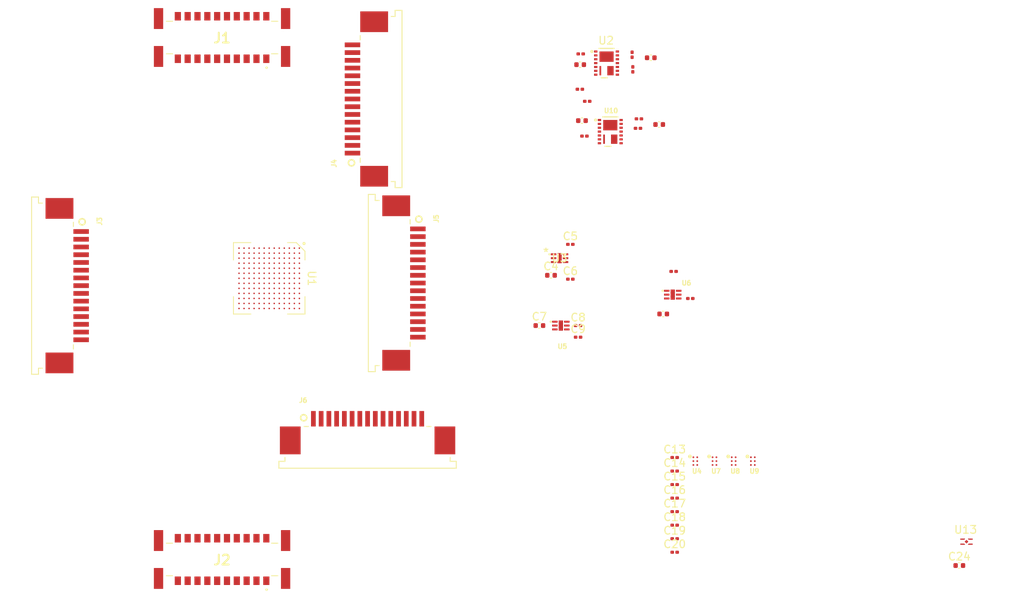
<source format=kicad_pcb>
(kicad_pcb (version 20231007) (generator pcbnew)
  (layers (0 "F.Cu" signal) (31 "B.Cu" signal) (34 "B.Paste" user) (35 "F.Paste" user) (36 "B.SilkS" user "B.Silkscreen") (37 "F.SilkS" user "F.Silkscreen") (38 "B.Mask" user) (39 "F.Mask" user) (44 "Edge.Cuts" user))
  (net 0 "")
  (net 1 "/MIPI/MIPI0_TXD0_N")
  (net 2 "/MIPI/MIPI1_RXD2_N")
  (net 3 "/MIPI/MIPI0_TXD0_P")
  (net 4 "/MIPI/MIPI0_TXD4_N")
  (net 5 "/MIPI/MIPI1_TXD0_N")
  (net 6 "/MIPI/MIPI1_TXD2_P")
  (net 7 "/MIPI/MIPI1_RXD3_N")
  (net 8 "/MIPI/MIPI1_RXD4_N")
  (net 9 "/MIPI/MIPI1_RXD1_N")
  (net 10 "/MIPI/MIPI0_RXD0_N")
  (net 11 "/MIPI/MIPI0_TXD3_N")
  (net 12 "/MIPI/MIPI0_RXD0_P")
  (net 13 "/MIPI/MIPI0_TXD1_N")
  (net 14 "/MIPI/MIPI0_TXD3_P")
  (net 15 "/MIPI/MIPI1_TXD0_P")
  (net 16 "/MIPI/MIPI1_TXD2_N")
  (net 17 "/MIPI/MIPI1_RXD1_P")
  (net 18 "/MIPI/MIPI0_TXD4_P")
  (net 19 "/MIPI/MIPI0_RXD3_N")
  (net 20 "/MIPI/MIPI1_TXD4_P")
  (net 22 "/MIPI/MIPI0_TXD1_P")
  (net 23 "/MIPI/MIPI1_TXD3_P")
  (net 24 "/MIPI/MIPI0_TXD2_N")
  (net 25 "/MIPI/MIPI1_RXD0_N")
  (net 26 "/MIPI/MIPI1_TXD1_P")
  (net 27 "/MIC_ARRAY/HTVLD")
  (net 28 "/MIPI/MIPI1_TXD3_N")
  (net 29 "/MIPI/MIPI0_RXD4_N")
  (net 30 "/MIPI/MIPI1_RXD0_P")
  (net 31 "/MIPI/MIPI0_TXD2_P")
  (net 32 "/MIPI/MIPI1_RXD2_P")
  (net 33 "/MIPI/MIPI0_RXD1_N")
  (net 34 "/MIC_ARRAY/HRACT")
  (net 35 "/MIPI/MIPI1_TXD1_N")
  (net 36 "/MIPI/MIPI1_RXD3_P")
  (net 37 "/MIC_ARRAY/HTCLK")
  (net 38 "/MIC_ARRAY/HTREQ")
  (net 54 "/MIC_ARRAY/MCLK5")
  (net 55 "/MIC_ARRAY/D10")
  (net 56 "/MIC_ARRAY/D50")
  (net 57 "/MIC_ARRAY/D28")
  (net 58 "/MIC_ARRAY/D12")
  (net 59 "/MIC_ARRAY/D2")
  (net 60 "/MIC_ARRAY/D8")
  (net 61 "GND")
  (net 62 "VCC")
  (net 63 "/MIC_ARRAY/MCLK0")
  (net 64 "/MIC_ARRAY/MCLK1")
  (net 65 "/MIC_ARRAY/D48")
  (net 66 "/MIC_ARRAY/D26")
  (net 67 "/MIC_ARRAY/D46")
  (net 68 "/MIC_ARRAY/D24")
  (net 69 "/MIC_ARRAY/D44")
  (net 70 "/MIC_ARRAY/D22")
  (net 71 "/MIC_ARRAY/D42")
  (net 72 "/MIC_ARRAY/D40")
  (net 73 "/MIC_ARRAY/MCLK4")
  (net 74 "/MIC_ARRAY/MCLK3")
  (net 75 "/MIC_ARRAY/D16")
  (net 76 "/MIC_ARRAY/D32")
  (net 77 "/MIC_ARRAY/D54")
  (net 78 "/MIC_ARRAY/D56")
  (net 79 "/MIC_ARRAY/D34")
  (net 80 "/MIC_ARRAY/D58")
  (net 81 "/MIC_ARRAY/D36")
  (net 82 "/MIC_ARRAY/MCLK2")
  (net 83 "/MIC_ARRAY/D52")
  (net 84 "/MIC_ARRAY/D30")
  (net 85 "/MIC_ARRAY/D14")
  (net 86 "/MIC_ARRAY/D4")
  (net 87 "/MIC_ARRAY/D0")
  (net 88 "/MIC_ARRAY/D6")
  (net 89 "/MIC_ARRAY/D20")
  (net 90 "/MIC_ARRAY/D18")
  (net 91 "/MIC_ARRAY/D38")
  (net 97 "3V3_CAM")
  (net 99 "Net-(U2-SS)")
  (net 100 "+3V3")
  (net 101 "VDD")
  (net 102 "Net-(U2-FB)")
  (net 103 "Net-(U3-BYP)")
  (net 104 "Net-(U5-BYP)")
  (net 105 "Net-(U6-BYP)")
  (net 106 "+2V8")
  (net 107 "2V8_CAM")
  (net 108 "+1V8")
  (net 109 "1V8_CAM")
  (net 110 "+1V2")
  (net 111 "1V2_CAM")
  (net 112 "+2V5")
  (net 113 "Net-(U10-SS)")
  (net 114 "/PSU/PG_EN")
  (net 115 "Net-(U10-EN)")
  (net 119 "Net-(U10-FB)")
  (net 125 "AVCC")
  (net 146 "/MIPI/MIPI0_RXD1_P")
  (net 147 "/MIPI/MIPI0_RXD2_N")
  (net 148 "/MIPI/MIPI0_RXD2_P")
  (net 149 "/MIC_ARRAY/HRCLK")
  (net 150 "/MIC_ARRAY/HTACK")
  (net 151 "/MIC_ARRAY/HTRDY")
  (net 152 "/MIPI/MIPI0_RXD4_P")
  (net 153 "/MIC_ARRAY/HRVLD")
  (net 154 "/MIPI/MIPI1_TXD4_N")
  (net 155 "/MIPI/MIPI0_RXD3_P")
  (net 156 "/MIPI/MIPI1_RXD4_P")
  (net 167 "3V3_MIC")
  (footprint "smd:TE_1-84952-5" (layer "F.Cu") (at 126.85 75.2 90)
    (property "Reference" "J4" (at -8.325 -2.385 -90) (layer "F.SilkS") (effects (font (size 0.6 0.6))))
    (property "Value" "1-84952-5")
    (pad "1" smd rect (at -7 0 90) (size 0.61 2) (layers "F.Cu" "F.Paste" "F.Mask") (net 61 "GND"))
    (pad "2" smd rect (at -6 0 90) (size 0.61 2) (layers "F.Cu" "F.Paste" "F.Mask") (net 10 "/MIPI/MIPI0_RXD0_N"))
    (pad "3" smd rect (at -5 0 90) (size 0.61 2) (layers "F.Cu" "F.Paste" "F.Mask") (net 12 "/MIPI/MIPI0_RXD0_P"))
    (pad "4" smd rect (at -4 0 90) (size 0.61 2) (layers "F.Cu" "F.Paste" "F.Mask") (net 61 "GND"))
    (pad "5" smd rect (at -3 0 90) (size 0.61 2) (layers "F.Cu" "F.Paste" "F.Mask") (net 33 "/MIPI/MIPI0_RXD1_N"))
    (pad "6" smd rect (at -2 0 90) (size 0.61 2) (layers "F.Cu" "F.Paste" "F.Mask") (net 146 "/MIPI/MIPI0_RXD1_P"))
    (pad "7" smd rect (at -1 0 90) (size 0.61 2) (layers "F.Cu" "F.Paste" "F.Mask") (net 61 "GND"))
    (pad "8" smd rect (at 0 0 90) (size 0.61 2) (layers "F.Cu" "F.Paste" "F.Mask") (net 147 "/MIPI/MIPI0_RXD2_N"))
    (pad "9" smd rect (at 1 0 90) (size 0.61 2) (layers "F.Cu" "F.Paste" "F.Mask") (net 148 "/MIPI/MIPI0_RXD2_P"))
    (pad "10" smd rect (at 2 0 90) (size 0.61 2) (layers "F.Cu" "F.Paste" "F.Mask") (net 61 "GND"))
    (pad "11" smd rect (at 3 0 90) (size 0.61 2) (layers "F.Cu" "F.Paste" "F.Mask") (net 19 "/MIPI/MIPI0_RXD3_N"))
    (pad "12" smd rect (at 4 0 90) (size 0.61 2) (layers "F.Cu" "F.Paste" "F.Mask") (net 155 "/MIPI/MIPI0_RXD3_P"))
    (pad "13" smd rect (at 5 0 90) (size 0.61 2) (layers "F.Cu" "F.Paste" "F.Mask") (net 61 "GND"))
    (pad "14" smd rect (at 6 0 90) (size 0.61 2) (layers "F.Cu" "F.Paste" "F.Mask") (net 29 "/MIPI/MIPI0_RXD4_N"))
    (pad "15" smd rect (at 7 0 90) (size 0.61 2) (layers "F.Cu" "F.Paste" "F.Mask") (net 152 "/MIPI/MIPI0_RXD4_P"))
    (pad "S1" smd rect (at -9.99 2.8 90) (size 2.68 3.6) (layers "F.Cu" "F.Paste" "F.Mask") (net 61 "GND"))
    (pad "S2" smd rect (at 9.99 2.8 90) (size 2.68 3.6) (layers "F.Cu" "F.Paste" "F.Mask") (net 61 "GND"))
  )
  (footprint "smd:BGA-169_13x13_9.0x9.0mm" (layer "F.Cu") (at 116.09 98.39 -90)
    (property "Reference" "U1" (at 0 -5.5 -90 unlocked) (layer "F.SilkS"))
    (property "Value" "~")
    (pad "A1" smd circle (at -3.9 -3.9 270) (size 0.2 0.2) (layers "F.Cu" "F.Paste" "F.Mask") (net 61 "GND"))
    (pad "A2" smd circle (at -3.25 -3.9 270) (size 0.2 0.2) (layers "F.Cu" "F.Paste" "F.Mask") (net 3 "/MIPI/MIPI0_TXD0_P"))
    (pad "A3" smd circle (at -2.6 -3.9 270) (size 0.2 0.2) (layers "F.Cu" "F.Paste" "F.Mask") (net 31 "/MIPI/MIPI0_TXD2_P"))
    (pad "A4" smd circle (at -1.95 -3.9 270) (size 0.2 0.2) (layers "F.Cu" "F.Paste" "F.Mask") (net 18 "/MIPI/MIPI0_TXD4_P"))
    (pad "A5" smd circle (at -1.3 -3.9 270) (size 0.2 0.2) (layers "F.Cu" "F.Paste" "F.Mask") (net 10 "/MIPI/MIPI0_RXD0_N"))
    (pad "A6" smd circle (at -0.65 -3.9 270) (size 0.2 0.2) (layers "F.Cu" "F.Paste" "F.Mask") (net 147 "/MIPI/MIPI0_RXD2_N"))
    (pad "A7" smd circle (at 0 -3.9 270) (size 0.2 0.2) (layers "F.Cu" "F.Paste" "F.Mask") (net 29 "/MIPI/MIPI0_RXD4_N"))
    (pad "A8" smd circle (at 0.65 -3.9 270) (size 0.2 0.2) (layers "F.Cu" "F.Paste" "F.Mask") (net 5 "/MIPI/MIPI1_TXD0_N"))
    (pad "A9" smd circle (at 1.3 -3.9 270) (size 0.2 0.2) (layers "F.Cu" "F.Paste" "F.Mask") (net 6 "/MIPI/MIPI1_TXD2_P"))
    (pad "A10" smd circle (at 1.95 -3.9 270) (size 0.2 0.2) (layers "F.Cu" "F.Paste" "F.Mask") (net 20 "/MIPI/MIPI1_TXD4_P"))
    (pad "A11" smd circle (at 2.6 -3.9 270) (size 0.2 0.2) (layers "F.Cu" "F.Paste" "F.Mask") (net 25 "/MIPI/MIPI1_RXD0_N"))
    (pad "A12" smd circle (at 3.25 -3.9 270) (size 0.2 0.2) (layers "F.Cu" "F.Paste" "F.Mask") (net 2 "/MIPI/MIPI1_RXD2_N"))
    (pad "A13" smd circle (at 3.9 -3.9 270) (size 0.2 0.2) (layers "F.Cu" "F.Paste" "F.Mask") (net 61 "GND"))
    (pad "B1" smd circle (at -3.9 -3.25 270) (size 0.2 0.2) (layers "F.Cu" "F.Paste" "F.Mask"))
    (pad "B2" smd circle (at -3.25 -3.25 270) (size 0.2 0.2) (layers "F.Cu" "F.Paste" "F.Mask") (net 1 "/MIPI/MIPI0_TXD0_N"))
    (pad "B3" smd circle (at -2.6 -3.25 270) (size 0.2 0.2) (layers "F.Cu" "F.Paste" "F.Mask") (net 24 "/MIPI/MIPI0_TXD2_N"))
    (pad "B4" smd circle (at -1.95 -3.25 270) (size 0.2 0.2) (layers "F.Cu" "F.Paste" "F.Mask") (net 4 "/MIPI/MIPI0_TXD4_N"))
    (pad "B5" smd circle (at -1.3 -3.25 270) (size 0.2 0.2) (layers "F.Cu" "F.Paste" "F.Mask") (net 12 "/MIPI/MIPI0_RXD0_P"))
    (pad "B6" smd circle (at -0.65 -3.25 270) (size 0.2 0.2) (layers "F.Cu" "F.Paste" "F.Mask") (net 148 "/MIPI/MIPI0_RXD2_P"))
    (pad "B7" smd circle (at 0 -3.25 270) (size 0.2 0.2) (layers "F.Cu" "F.Paste" "F.Mask") (net 152 "/MIPI/MIPI0_RXD4_P"))
    (pad "B8" smd circle (at 0.65 -3.25 270) (size 0.2 0.2) (layers "F.Cu" "F.Paste" "F.Mask") (net 15 "/MIPI/MIPI1_TXD0_P"))
    (pad "B9" smd circle (at 1.3 -3.25 270) (size 0.2 0.2) (layers "F.Cu" "F.Paste" "F.Mask") (net 16 "/MIPI/MIPI1_TXD2_N"))
    (pad "B10" smd circle (at 1.95 -3.25 270) (size 0.2 0.2) (layers "F.Cu" "F.Paste" "F.Mask") (net 154 "/MIPI/MIPI1_TXD4_N"))
    (pad "B11" smd circle (at 2.6 -3.25 270) (size 0.2 0.2) (layers "F.Cu" "F.Paste" "F.Mask") (net 30 "/MIPI/MIPI1_RXD0_P"))
    (pad "B12" smd circle (at 3.25 -3.25 270) (size 0.2 0.2) (layers "F.Cu" "F.Paste" "F.Mask") (net 32 "/MIPI/MIPI1_RXD2_P"))
    (pad "B13" smd circle (at 3.9 -3.25 270) (size 0.2 0.2) (layers "F.Cu" "F.Paste" "F.Mask") (net 8 "/MIPI/MIPI1_RXD4_N"))
    (pad "C1" smd circle (at -3.9 -2.6 270) (size 0.2 0.2) (layers "F.Cu" "F.Paste" "F.Mask"))
    (pad "C2" smd circle (at -3.25 -2.6 270) (size 0.2 0.2) (layers "F.Cu" "F.Paste" "F.Mask"))
    (pad "C3" smd circle (at -2.6 -2.6 270) (size 0.2 0.2) (layers "F.Cu" "F.Paste" "F.Mask"))
    (pad "C4" smd circle (at -1.95 -2.6 270) (size 0.2 0.2) (layers "F.Cu" "F.Paste" "F.Mask") (net 22 "/MIPI/MIPI0_TXD1_P"))
    (pad "C5" smd circle (at -1.3 -2.6 270) (size 0.2 0.2) (layers "F.Cu" "F.Paste" "F.Mask") (net 14 "/MIPI/MIPI0_TXD3_P"))
    (pad "C6" smd circle (at -0.65 -2.6 270) (size 0.2 0.2) (layers "F.Cu" "F.Paste" "F.Mask") (net 146 "/MIPI/MIPI0_RXD1_P"))
    (pad "C7" smd circle (at 0 -2.6 270) (size 0.2 0.2) (layers "F.Cu" "F.Paste" "F.Mask") (net 155 "/MIPI/MIPI0_RXD3_P"))
    (pad "C8" smd circle (at 0.65 -2.6 270) (size 0.2 0.2) (layers "F.Cu" "F.Paste" "F.Mask") (net 26 "/MIPI/MIPI1_TXD1_P"))
    (pad "C9" smd circle (at 1.3 -2.6 270) (size 0.2 0.2) (layers "F.Cu" "F.Paste" "F.Mask") (net 23 "/MIPI/MIPI1_TXD3_P"))
    (pad "C10" smd circle (at 1.95 -2.6 270) (size 0.2 0.2) (layers "F.Cu" "F.Paste" "F.Mask") (net 17 "/MIPI/MIPI1_RXD1_P"))
    (pad "C11" smd circle (at 2.6 -2.6 270) (size 0.2 0.2) (layers "F.Cu" "F.Paste" "F.Mask") (net 61 "GND"))
    (pad "C12" smd circle (at 3.25 -2.6 270) (size 0.2 0.2) (layers "F.Cu" "F.Paste" "F.Mask") (net 36 "/MIPI/MIPI1_RXD3_P"))
    (pad "C13" smd circle (at 3.9 -2.6 270) (size 0.2 0.2) (layers "F.Cu" "F.Paste" "F.Mask") (net 156 "/MIPI/MIPI1_RXD4_P"))
    (pad "D1" smd circle (at -3.9 -1.95 270) (size 0.2 0.2) (layers "F.Cu" "F.Paste" "F.Mask") (net 34 "/MIC_ARRAY/HRACT"))
    (pad "D2" smd circle (at -3.25 -1.95 270) (size 0.2 0.2) (layers "F.Cu" "F.Paste" "F.Mask") (net 149 "/MIC_ARRAY/HRCLK"))
    (pad "D3" smd circle (at -2.6 -1.95 270) (size 0.2 0.2) (layers "F.Cu" "F.Paste" "F.Mask") (net 61 "GND"))
    (pad "D4" smd circle (at -1.95 -1.95 270) (size 0.2 0.2) (layers "F.Cu" "F.Paste" "F.Mask") (net 13 "/MIPI/MIPI0_TXD1_N"))
    (pad "D5" smd circle (at -1.3 -1.95 270) (size 0.2 0.2) (layers "F.Cu" "F.Paste" "F.Mask") (net 11 "/MIPI/MIPI0_TXD3_N"))
    (pad "D6" smd circle (at -0.65 -1.95 270) (size 0.2 0.2) (layers "F.Cu" "F.Paste" "F.Mask") (net 33 "/MIPI/MIPI0_RXD1_N"))
    (pad "D7" smd circle (at 0 -1.95 270) (size 0.2 0.2) (layers "F.Cu" "F.Paste" "F.Mask") (net 19 "/MIPI/MIPI0_RXD3_N"))
    (pad "D8" smd circle (at 0.65 -1.95 270) (size 0.2 0.2) (layers "F.Cu" "F.Paste" "F.Mask") (net 35 "/MIPI/MIPI1_TXD1_N"))
    (pad "D9" smd circle (at 1.3 -1.95 270) (size 0.2 0.2) (layers "F.Cu" "F.Paste" "F.Mask") (net 28 "/MIPI/MIPI1_TXD3_N"))
    (pad "D10" smd circle (at 1.95 -1.95 270) (size 0.2 0.2) (layers "F.Cu" "F.Paste" "F.Mask") (net 9 "/MIPI/MIPI1_RXD1_N"))
    (pad "D11" smd circle (at 2.6 -1.95 270) (size 0.2 0.2) (layers "F.Cu" "F.Paste" "F.Mask") (net 61 "GND"))
    (pad "D12" smd circle (at 3.25 -1.95 270) (size 0.2 0.2) (layers "F.Cu" "F.Paste" "F.Mask") (net 7 "/MIPI/MIPI1_RXD3_N"))
    (pad "D13" smd circle (at 3.9 -1.95 270) (size 0.2 0.2) (layers "F.Cu" "F.Paste" "F.Mask"))
    (pad "E1" smd circle (at -3.9 -1.3 270) (size 0.2 0.2) (layers "F.Cu" "F.Paste" "F.Mask") (net 38 "/MIC_ARRAY/HTREQ"))
    (pad "E2" smd circle (at -3.25 -1.3 270) (size 0.2 0.2) (layers "F.Cu" "F.Paste" "F.Mask") (net 61 "GND"))
    (pad "E3" smd circle (at -2.6 -1.3 270) (size 0.2 0.2) (layers "F.Cu" "F.Paste" "F.Mask"))
    (pad "E4" smd circle (at -1.95 -1.3 270) (size 0.2 0.2) (layers "F.Cu" "F.Paste" "F.Mask") (net 110 "+1V2"))
    (pad "E5" smd circle (at -1.3 -1.3 270) (size 0.2 0.2) (layers "F.Cu" "F.Paste" "F.Mask") (net 61 "GND"))
    (pad "E6" smd circle (at -0.65 -1.3 270) (size 0.2 0.2) (layers "F.Cu" "F.Paste" "F.Mask"))
    (pad "E7" smd circle (at 0 -1.3 270) (size 0.2 0.2) (layers "F.Cu" "F.Paste" "F.Mask"))
    (pad "E8" smd circle (at 0.65 -1.3 270) (size 0.2 0.2) (layers "F.Cu" "F.Paste" "F.Mask"))
    (pad "E9" smd circle (at 1.3 -1.3 270) (size 0.2 0.2) (layers "F.Cu" "F.Paste" "F.Mask"))
    (pad "E10" smd circle (at 1.95 -1.3 270) (size 0.2 0.2) (layers "F.Cu" "F.Paste" "F.Mask"))
    (pad "E11" smd circle (at 2.6 -1.3 270) (size 0.2 0.2) (layers "F.Cu" "F.Paste" "F.Mask"))
    (pad "E12" smd circle (at 3.25 -1.3 270) (size 0.2 0.2) (layers "F.Cu" "F.Paste" "F.Mask") (net 61 "GND"))
    (pad "E13" smd circle (at 3.9 -1.3 270) (size 0.2 0.2) (layers "F.Cu" "F.Paste" "F.Mask"))
    (pad "F1" smd circle (at -3.9 -0.65 270) (size 0.2 0.2) (layers "F.Cu" "F.Paste" "F.Mask") (net 37 "/MIC_ARRAY/HTCLK"))
    (pad "F2" smd circle (at -3.25 -0.65 270) (size 0.2 0.2) (layers "F.Cu" "F.Paste" "F.Mask") (net 27 "/MIC_ARRAY/HTVLD"))
    (pad "F3" smd circle (at -2.6 -0.65 270) (size 0.2 0.2) (layers "F.Cu" "F.Paste" "F.Mask"))
    (pad "F4" smd circle (at -1.95 -0.65 270) (size 0.2 0.2) (layers "F.Cu" "F.Paste" "F.Mask"))
    (pad "F5" smd circle (at -1.3 -0.65 270) (size 0.2 0.2) (layers "F.Cu" "F.Paste" "F.Mask") (net 61 "GND"))
    (pad "F6" smd circle (at -0.65 -0.65 270) (size 0.2 0.2) (layers "F.Cu" "F.Paste" "F.Mask") (net 61 "GND"))
    (pad "F7" smd circle (at 0 -0.65 270) (size 0.2 0.2) (layers "F.Cu" "F.Paste" "F.Mask") (net 110 "+1V2"))
    (pad "F8" smd circle (at 0.65 -0.65 270) (size 0.2 0.2) (layers "F.Cu" "F.Paste" "F.Mask") (net 61 "GND"))
    (pad "F9" smd circle (at 1.3 -0.65 270) (size 0.2 0.2) (layers "F.Cu" "F.Paste" "F.Mask") (net 110 "+1V2"))
    (pad "F10" smd circle (at 1.95 -0.65 270) (size 0.2 0.2) (layers "F.Cu" "F.Paste" "F.Mask"))
    (pad "F11" smd circle (at 2.6 -0.65 270) (size 0.2 0.2) (layers "F.Cu" "F.Paste" "F.Mask"))
    (pad "F12" smd circle (at 3.25 -0.65 270) (size 0.2 0.2) (layers "F.Cu" "F.Paste" "F.Mask"))
    (pad "F13" smd circle (at 3.9 -0.65 270) (size 0.2 0.2) (layers "F.Cu" "F.Paste" "F.Mask"))
    (pad "G1" smd circle (at -3.9 0 270) (size 0.2 0.2) (layers "F.Cu" "F.Paste" "F.Mask"))
    (pad "G2" smd circle (at -3.25 0 270) (size 0.2 0.2) (layers "F.Cu" "F.Paste" "F.Mask") (net 150 "/MIC_ARRAY/HTACK"))
    (pad "G3" smd circle (at -2.6 0 270) (size 0.2 0.2) (layers "F.Cu" "F.Paste" "F.Mask") (net 153 "/MIC_ARRAY/HRVLD"))
    (pad "G4" smd circle (at -1.95 0 270) (size 0.2 0.2) (layers "F.Cu" "F.Paste" "F.Mask") (net 125 "AVCC"))
    (pad "G5" smd circle (at -1.3 0 270) (size 0.2 0.2) (layers "F.Cu" "F.Paste" "F.Mask") (net 110 "+1V2"))
    (pad "G6" smd circle (at -0.65 0 270) (size 0.2 0.2) (layers "F.Cu" "F.Paste" "F.Mask") (net 61 "GND"))
    (pad "G7" smd circle (at 0 0 270) (size 0.2 0.2) (layers "F.Cu" "F.Paste" "F.Mask") (net 61 "GND"))
    (pad "G8" smd circle (at 0.65 0 270) (size 0.2 0.2) (layers "F.Cu" "F.Paste" "F.Mask") (net 110 "+1V2"))
    (pad "G9" smd circle (at 1.3 0 270) (size 0.2 0.2) (layers "F.Cu" "F.Paste" "F.Mask") (net 110 "+1V2"))
    (pad "G10" smd circle (at 1.95 0 270) (size 0.2 0.2) (layers "F.Cu" "F.Paste" "F.Mask") (net 125 "AVCC"))
    (pad "G11" smd circle (at 2.6 0 270) (size 0.2 0.2) (layers "F.Cu" "F.Paste" "F.Mask"))
    (pad "G12" smd circle (at 3.25 0 270) (size 0.2 0.2) (layers "F.Cu" "F.Paste" "F.Mask"))
    (pad "G13" smd circle (at 3.9 0 270) (size 0.2 0.2) (layers "F.Cu" "F.Paste" "F.Mask"))
    (pad "H1" smd circle (at -3.9 0.65 270) (size 0.2 0.2) (layers "F.Cu" "F.Paste" "F.Mask"))
    (pad "H2" smd circle (at -3.25 0.65 270) (size 0.2 0.2) (layers "F.Cu" "F.Paste" "F.Mask"))
    (pad "H3" smd circle (at -2.6 0.65 270) (size 0.2 0.2) (layers "F.Cu" "F.Paste" "F.Mask") (net 151 "/MIC_ARRAY/HTRDY"))
    (pad "H4" smd circle (at -1.95 0.65 270) (size 0.2 0.2) (layers "F.Cu" "F.Paste" "F.Mask"))
    (pad "H5" smd circle (at -1.3 0.65 270) (size 0.2 0.2) (layers "F.Cu" "F.Paste" "F.Mask"))
    (pad "H6" smd circle (at -0.65 0.65 270) (size 0.2 0.2) (layers "F.Cu" "F.Paste" "F.Mask") (net 110 "+1V2"))
    (pad "H7" smd circle (at 0 0.65 270) (size 0.2 0.2) (layers "F.Cu" "F.Paste" "F.Mask"))
    (pad "H8" smd circle (at 0.65 0.65 270) (size 0.2 0.2) (layers "F.Cu" "F.Paste" "F.Mask"))
    (pad "H9" smd circle (at 1.3 0.65 270) (size 0.2 0.2) (layers "F.Cu" "F.Paste" "F.Mask"))
    (pad "H10" smd circle (at 1.95 0.65 270) (size 0.2 0.2) (layers "F.Cu" "F.Paste" "F.Mask"))
    (pad "H11" smd circle (at 2.6 0.65 270) (size 0.2 0.2) (layers "F.Cu" "F.Paste" "F.Mask"))
    (pad "H12" smd circle (at 3.25 0.65 270) (size 0.2 0.2) (layers "F.Cu" "F.Paste" "F.Mask"))
    (pad "H13" smd circle (at 3.9 0.65 270) (size 0.2 0.2) (layers "F.Cu" "F.Paste" "F.Mask"))
    (pad "J1" smd circle (at -3.9 1.3 270) (size 0.2 0.2) (layers "F.Cu" "F.Paste" "F.Mask"))
    (pad "J2" smd circle (at -3.25 1.3 270) (size 0.2 0.2) (layers "F.Cu" "F.Paste" "F.Mask"))
    (pad "J3" smd circle (at -2.6 1.3 270) (size 0.2 0.2) (layers "F.Cu" "F.Paste" "F.Mask"))
    (pad "J4" smd circle (at -1.95 1.3 270) (size 0.2 0.2) (layers "F.Cu" "F.Paste" "F.Mask"))
    (pad "J5" smd circle (at -1.3 1.3 270) (size 0.2 0.2) (layers "F.Cu" "F.Paste" "F.Mask"))
    (pad "J6" smd circle (at -0.65 1.3 270) (size 0.2 0.2) (layers "F.Cu" "F.Paste" "F.Mask") (net 110 "+1V2"))
    (pad "J7" smd circle (at 0 1.3 270) (size 0.2 0.2) (layers "F.Cu" "F.Paste" "F.Mask") (net 61 "GND"))
    (pad "J8" smd circle (at 0.65 1.3 270) (size 0.2 0.2) (layers "F.Cu" "F.Paste" "F.Mask") (net 61 "GND"))
    (pad "J9" smd circle (at 1.3 1.3 270) (size 0.2 0.2) (layers "F.Cu" "F.Paste" "F.Mask"))
    (pad "J10" smd circle (at 1.95 1.3 270) (size 0.2 0.2) (layers "F.Cu" "F.Paste" "F.Mask") (net 125 "AVCC"))
    (pad "J11" smd circle (at 2.6 1.3 270) (size 0.2 0.2) (layers "F.Cu" "F.Paste" "F.Mask"))
    (pad "J12" smd circle (at 3.25 1.3 270) (size 0.2 0.2) (layers "F.Cu" "F.Paste" "F.Mask"))
    (pad "J13" smd circle (at 3.9 1.3 270) (size 0.2 0.2) (layers "F.Cu" "F.Paste" "F.Mask") (net 60 "/MIC_ARRAY/D8"))
    (pad "K1" smd circle (at -3.9 1.95 270) (size 0.2 0.2) (layers "F.Cu" "F.Paste" "F.Mask"))
    (pad "K2" smd circle (at -3.25 1.95 270) (size 0.2 0.2) (layers "F.Cu" "F.Paste" "F.Mask") (net 61 "GND"))
    (pad "K3" smd circle (at -2.6 1.95 270) (size 0.2 0.2) (layers "F.Cu" "F.Paste" "F.Mask"))
    (pad "K4" smd circle (at -1.95 1.95 270) (size 0.2 0.2) (layers "F.Cu" "F.Paste" "F.Mask"))
    (pad "K5" smd circle (at -1.3 1.95 270) (size 0.2 0.2) (layers "F.Cu" "F.Paste" "F.Mask"))
    (pad "K6" smd circle (at -0.65 1.95 270) (size 0.2 0.2) (layers "F.Cu" "F.Paste" "F.Mask"))
    (pad "K7" smd circle (at 0 1.95 270) (size 0.2 0.2) (layers "F.Cu" "F.Paste" "F.Mask") (net 56 "/MIC_ARRAY/D50"))
    (pad "K8" smd circle (at 0.65 1.95 270) (size 0.2 0.2) (layers "F.Cu" "F.Paste" "F.Mask") (net 71 "/MIC_ARRAY/D42"))
    (pad "K9" smd circle (at 1.3 1.95 270) (size 0.2 0.2) (layers "F.Cu" "F.Paste" "F.Mask") (net 81 "/MIC_ARRAY/D36"))
    (pad "K10" smd circle (at 1.95 1.95 270) (size 0.2 0.2) (layers "F.Cu" "F.Paste" "F.Mask") (net 57 "/MIC_ARRAY/D28"))
    (pad "K11" smd circle (at 2.6 1.95 270) (size 0.2 0.2) (layers "F.Cu" "F.Paste" "F.Mask") (net 89 "/MIC_ARRAY/D20"))
    (pad "K12" smd circle (at 3.25 1.95 270) (size 0.2 0.2) (layers "F.Cu" "F.Paste" "F.Mask") (net 61 "GND"))
    (pad "K13" smd circle (at 3.9 1.95 270) (size 0.2 0.2) (layers "F.Cu" "F.Paste" "F.Mask") (net 88 "/MIC_ARRAY/D6"))
    (pad "L1" smd circle (at -3.9 2.6 270) (size 0.2 0.2) (layers "F.Cu" "F.Paste" "F.Mask"))
    (pad "L2" smd circle (at -3.25 2.6 270) (size 0.2 0.2) (layers "F.Cu" "F.Paste" "F.Mask"))
    (pad "L3" smd circle (at -2.6 2.6 270) (size 0.2 0.2) (layers "F.Cu" "F.Paste" "F.Mask"))
    (pad "L4" smd circle (at -1.95 2.6 270) (size 0.2 0.2) (layers "F.Cu" "F.Paste" "F.Mask"))
    (pad "L5" smd circle (at -1.3 2.6 270) (size 0.2 0.2) (layers "F.Cu" "F.Paste" "F.Mask"))
    (pad "L6" smd circle (at -0.65 2.6 270) (size 0.2 0.2) (layers "F.Cu" "F.Paste" "F.Mask"))
    (pad "L7" smd circle (at 0 2.6 270) (size 0.2 0.2) (layers "F.Cu" "F.Paste" "F.Mask"))
    (pad "L8" smd circle (at 0.65 2.6 270) (size 0.2 0.2) (layers "F.Cu" "F.Paste" "F.Mask") (net 69 "/MIC_ARRAY/D44"))
    (pad "L9" smd circle (at 1.3 2.6 270) (size 0.2 0.2) (layers "F.Cu" "F.Paste" "F.Mask") (net 79 "/MIC_ARRAY/D34"))
    (pad "L10" smd circle (at 1.95 2.6 270) (size 0.2 0.2) (layers "F.Cu" "F.Paste" "F.Mask") (net 66 "/MIC_ARRAY/D26"))
    (pad "L11" smd circle (at 2.6 2.6 270) (size 0.2 0.2) (layers "F.Cu" "F.Paste" "F.Mask") (net 90 "/MIC_ARRAY/D18"))
    (pad "L12" smd circle (at 3.25 2.6 270) (size 0.2 0.2) (layers "F.Cu" "F.Paste" "F.Mask") (net 61 "GND"))
    (pad "L13" smd circle (at 3.9 2.6 270) (size 0.2 0.2) (layers "F.Cu" "F.Paste" "F.Mask") (net 59 "/MIC_ARRAY/D2"))
    (pad "M1" smd circle (at -3.9 3.25 270) (size 0.2 0.2) (layers "F.Cu" "F.Paste" "F.Mask"))
    (pad "M2" smd circle (at -3.25 3.25 270) (size 0.2 0.2) (layers "F.Cu" "F.Paste" "F.Mask"))
    (pad "M3" smd circle (at -2.6 3.25 270) (size 0.2 0.2) (layers "F.Cu" "F.Paste" "F.Mask"))
    (pad "M4" smd circle (at -1.95 3.25 270) (size 0.2 0.2) (layers "F.Cu" "F.Paste" "F.Mask") (net 61 "GND"))
    (pad "M5" smd circle (at -1.3 3.25 270) (size 0.2 0.2) (layers "F.Cu" "F.Paste" "F.Mask"))
    (pad "M6" smd circle (at -0.65 3.25 270) (size 0.2 0.2) (layers "F.Cu" "F.Paste" "F.Mask"))
    (pad "M7" smd circle (at 0 3.25 270) (size 0.2 0.2) (layers "F.Cu" "F.Paste" "F.Mask") (net 67 "/MIC_ARRAY/D46"))
    (pad "M8" smd circle (at 0.65 3.25 270) (size 0.2 0.2) (layers "F.Cu" "F.Paste" "F.Mask") (net 72 "/MIC_ARRAY/D40"))
    (pad "M9" smd circle (at 1.3 3.25 270) (size 0.2 0.2) (layers "F.Cu" "F.Paste" "F.Mask") (net 76 "/MIC_ARRAY/D32"))
    (pad "M10" smd circle (at 1.95 3.25 270) (size 0.2 0.2) (layers "F.Cu" "F.Paste" "F.Mask") (net 70 "/MIC_ARRAY/D22"))
    (pad "M11" smd circle (at 2.6 3.25 270) (size 0.2 0.2) (layers "F.Cu" "F.Paste" "F.Mask") (net 75 "/MIC_ARRAY/D16"))
    (pad "M12" smd circle (at 3.25 3.25 270) (size 0.2 0.2) (layers "F.Cu" "F.Paste" "F.Mask") (net 85 "/MIC_ARRAY/D14"))
    (pad "M13" smd circle (at 3.9 3.25 270) (size 0.2 0.2) (layers "F.Cu" "F.Paste" "F.Mask") (net 86 "/MIC_ARRAY/D4"))
    (pad "N1" smd circle (at -3.9 3.9 270) (size 0.2 0.2) (layers "F.Cu" "F.Paste" "F.Mask") (net 61 "GND"))
    (pad "N2" smd circle (at -3.25 3.9 270) (size 0.2 0.2) (layers "F.Cu" "F.Paste" "F.Mask"))
    (pad "N3" smd circle (at -2.6 3.9 270) (size 0.2 0.2) (layers "F.Cu" "F.Paste" "F.Mask"))
    (pad "N4" smd circle (at -1.95 3.9 270) (size 0.2 0.2) (layers "F.Cu" "F.Paste" "F.Mask"))
    (pad "N5" smd circle (at -1.3 3.9 270) (size 0.2 0.2) (layers "F.Cu" "F.Paste" "F.Mask"))
    (pad "N6" smd circle (at -0.65 3.9 270) (size 0.2 0.2) (layers "F.Cu" "F.Paste" "F.Mask"))
    (pad "N7" smd circle (at 0 3.9 270) (size 0.2 0.2) (layers "F.Cu" "F.Paste" "F.Mask") (net 65 "/MIC_ARRAY/D48"))
    (pad "N8" smd circle (at 0.65 3.9 270) (size 0.2 0.2) (layers "F.Cu" "F.Paste" "F.Mask") (net 91 "/MIC_ARRAY/D38"))
    (pad "N9" smd circle (at 1.3 3.9 270) (size 0.2 0.2) (layers "F.Cu" "F.Paste" "F.Mask") (net 84 "/MIC_ARRAY/D30"))
    (pad "N10" smd circle (at 1.95 3.9 270) (size 0.2 0.2) (layers "F.Cu" "F.Paste" "F.Mask") (net 68 "/MIC_ARRAY/D24"))
    (pad "N11" smd circle (at 2.6 3.9 270) (size 0.2 0.2) (layers "F.Cu" "F.Paste" "F.Mask") (net 58 "/MIC_ARRAY/D12"))
    (pad "N12" smd circle (at 3.25 3.9 270) (size 0.2 0.2) (layers "F.Cu" "F.Paste" "F.Mask") (net 55 "/MIC_ARRAY/D10"))
    (pad "N13" smd circle (at 3.9 3.9 270) (size 0.2 0.2) (layers "F.Cu" "F.Paste" "F.Mask") (net 61 "GND"))
  )
  (footprint "Resistor_SMD:R_0201_0603Metric" (layer "F.Cu") (at 156.82 80)
    (property "Reference" "R4" hide)
    (property "Value" "10K")
    (pad "1" smd roundrect (at -0.32 0) (size 0.46 0.4) (layers "F.Cu" "F.Mask") (net 115 "Net-(U10-EN)"))
    (pad "2" smd roundrect (at 0.32 0) (size 0.46 0.4) (layers "F.Cu" "F.Mask"))
  )
  (footprint "Capacitor_SMD:C_0402_1005Metric" (layer "F.Cu") (at 167 103)
    (property "Reference" "C10" hide)
    (property "Value" "1uf")
    (pad "1" smd roundrect (at -0.48 0) (size 0.56 0.62) (layers "F.Cu" "F.Paste" "F.Mask") (net 101 "VDD"))
    (pad "2" smd roundrect (at 0.48 0) (size 0.56 0.62) (layers "F.Cu" "F.Paste" "F.Mask") (net 61 "GND"))
  )
  (footprint "Capacitor_SMD:C_0201_0603Metric" (layer "F.Cu") (at 157.18 75.5)
    (property "Reference" "C23" hide)
    (property "Value" "470pF")
    (pad "1" smd roundrect (at -0.32 0) (size 0.46 0.4) (layers "F.Cu" "F.Mask") (net 113 "Net-(U10-SS)"))
    (pad "2" smd roundrect (at 0.32 0) (size 0.46 0.4) (layers "F.Cu" "F.Mask") (net 61 "GND"))
  )
  (footprint "Capacitor_SMD:C_0201_0603Metric" (layer "F.Cu") (at 168.481311 130.31358)
    (property "Reference" "C18" (at 0 -1.05 0) (layer "F.SilkS"))
    (property "Value" "0.1uF")
    (pad "1" smd roundrect (at -0.32 0) (size 0.46 0.4) (layers "F.Cu" "F.Mask") (net 109 "1V8_CAM"))
    (pad "2" smd roundrect (at 0.32 0) (size 0.46 0.4) (layers "F.Cu" "F.Mask") (net 61 "GND"))
  )
  (footprint "Capacitor_SMD:C_0402_1005Metric" (layer "F.Cu") (at 165.39 69.87)
    (property "Reference" "C2" hide)
    (property "Value" "4.7uf" hide)
    (pad "1" smd roundrect (at -0.48 0) (size 0.56 0.62) (layers "F.Cu" "F.Paste" "F.Mask") (net 100 "+3V3"))
    (pad "2" smd roundrect (at 0.48 0) (size 0.56 0.62) (layers "F.Cu" "F.Paste" "F.Mask") (net 61 "GND"))
  )
  (footprint "power:HJDFN3035-14LD-PL-1" (layer "F.Cu") (at 160.16 79.42)
    (property "Reference" "U10" (at 0.1 -2.7 0 unlocked) (layer "F.SilkS") (effects (font (size 0.6 0.6))))
    (property "Value" "MIC33153YHJ-TR")
    (fp_poly (pts (xy -0.914 0.38) (xy -0.694 0.38) (xy -0.694 1.58) (xy -0.914 1.58)) (fill solid) (layer "F.Cu"))
    (fp_poly (pts (xy 0.0948 0.38) (xy 0.9148 0.38) (xy 0.9148 1.58) (xy 0.0948 1.58)) (fill solid) (layer "F.Cu"))
    (pad "1" smd rect (at -1.4 -1.5) (size 0.4318 0.2794) (layers "F.Cu" "F.Paste" "F.Mask") (net 113 "Net-(U10-SS)"))
    (pad "2" smd rect (at -1.4 -1.000001) (size 0.4318 0.2794) (layers "F.Cu" "F.Paste" "F.Mask") (net 61 "GND"))
    (pad "3" smd rect (at -1.4 -0.499999) (size 0.4318 0.2794) (layers "F.Cu" "F.Paste" "F.Mask") (net 101 "VDD"))
    (pad "4" smd rect (at -1.4 0) (size 0.4318 0.2794) (layers "F.Cu" "F.Paste" "F.Mask") (net 61 "GND"))
    (pad "5" smd rect (at -1.4 0.500002) (size 0.4318 0.2794) (layers "F.Cu" "F.Paste" "F.Mask") (net 110 "+1V2"))
    (pad "6" smd rect (at -1.4 1.000001) (size 0.4318 0.2794) (layers "F.Cu" "F.Paste" "F.Mask") (net 110 "+1V2"))
    (pad "7" smd rect (at -1.4 1.5) (size 0.4318 0.2794) (layers "F.Cu" "F.Paste" "F.Mask") (net 110 "+1V2"))
    (pad "8" smd rect (at 1.4 1.5) (size 0.4318 0.2794) (layers "F.Cu" "F.Paste" "F.Mask"))
    (pad "9" smd rect (at 1.4 1.000001) (size 0.4318 0.2794) (layers "F.Cu" "F.Paste" "F.Mask"))
    (pad "10" smd rect (at 1.4 0.499999) (size 0.4318 0.2794) (layers "F.Cu" "F.Paste" "F.Mask"))
    (pad "11" smd rect (at 1.4 0) (size 0.4318 0.2794) (layers "F.Cu" "F.Paste" "F.Mask") (net 115 "Net-(U10-EN)"))
    (pad "12" smd rect (at 1.4 -0.500002) (size 0.4318 0.2794) (layers "F.Cu" "F.Paste" "F.Mask") (net 110 "+1V2"))
    (pad "13" smd rect (at 1.4 -1.000001) (size 0.4318 0.2794) (layers "F.Cu" "F.Paste" "F.Mask"))
    (pad "14" smd rect (at 1.4 -1.5) (size 0.4318 0.2794) (layers "F.Cu" "F.Paste" "F.Mask") (net 119 "Net-(U10-FB)"))
    (pad "15" smd rect (at 0 -0.835) (size 1.8288 1.3462) (layers "F.Cu" "F.Paste" "F.Mask") (net 61 "GND"))
  )
  (footprint "power:YZP0006AFAF" (layer "F.Cu") (at 173.625154 122.030001)
    (property "Reference" "U7" (at 0.2 1.3 0 unlocked) (layer "F.SilkS") (effects (font (size 0.6 0.6))))
    (property "Value" "TPS22964CYZPR")
    (pad "A1" smd circle (at -0.249997 -0.500002) (size 0.23 0.23) (layers "F.Cu" "F.Mask") (net 107 "2V8_CAM"))
    (pad "A2" smd circle (at 0.250002 -0.500002) (size 0.23 0.23) (layers "F.Cu" "F.Mask") (net 106 "+2V8"))
    (pad "B1" smd circle (at -0.249997 -0.000003) (size 0.23 0.23) (layers "F.Cu" "F.Mask") (net 107 "2V8_CAM"))
    (pad "B2" smd circle (at 0.250002 -0.000003) (size 0.23 0.23) (layers "F.Cu" "F.Mask") (net 106 "+2V8"))
    (pad "C1" smd circle (at -0.249997 0.499999) (size 0.23 0.23) (layers "F.Cu" "F.Mask") (net 61 "GND"))
    (pad "C2" smd circle (at 0.250002 0.499999) (size 0.23 0.23) (layers "F.Cu" "F.Mask"))
  )
  (footprint "power:HJDFN3035-14LD-PL-1" (layer "F.Cu") (at 159.67855 70.56)
    (property "Reference" "U2" (at -0.05855 -2.92 0 unlocked) (layer "F.SilkS"))
    (property "Value" "MIC33153YHJ-TR")
    (fp_poly (pts (xy -0.914 0.38) (xy -0.694 0.38) (xy -0.694 1.58) (xy -0.914 1.58)) (fill solid) (layer "F.Cu"))
    (fp_poly (pts (xy 0.0948 0.38) (xy 0.9148 0.38) (xy 0.9148 1.58) (xy 0.0948 1.58)) (fill solid) (layer "F.Cu"))
    (pad "1" smd rect (at -1.4 -1.5) (size 0.4318 0.2794) (layers "F.Cu" "F.Paste" "F.Mask") (net 99 "Net-(U2-SS)"))
    (pad "2" smd rect (at -1.4 -1.000001) (size 0.4318 0.2794) (layers "F.Cu" "F.Paste" "F.Mask") (net 61 "GND"))
    (pad "3" smd rect (at -1.4 -0.499999) (size 0.4318 0.2794) (layers "F.Cu" "F.Paste" "F.Mask") (net 101 "VDD"))
    (pad "4" smd rect (at -1.4 0) (size 0.4318 0.2794) (layers "F.Cu" "F.Paste" "F.Mask") (net 61 "GND"))
    (pad "5" smd rect (at -1.4 0.500002) (size 0.4318 0.2794) (layers "F.Cu" "F.Paste" "F.Mask") (net 100 "+3V3"))
    (pad "6" smd rect (at -1.4 1.000001) (size 0.4318 0.2794) (layers "F.Cu" "F.Paste" "F.Mask") (net 100 "+3V3"))
    (pad "7" smd rect (at -1.4 1.5) (size 0.4318 0.2794) (layers "F.Cu" "F.Paste" "F.Mask") (net 100 "+3V3"))
    (pad "8" smd rect (at 1.4 1.5) (size 0.4318 0.2794) (layers "F.Cu" "F.Paste" "F.Mask"))
    (pad "9" smd rect (at 1.4 1.000001) (size 0.4318 0.2794) (layers "F.Cu" "F.Paste" "F.Mask"))
    (pad "10" smd rect (at 1.4 0.499999) (size 0.4318 0.2794) (layers "F.Cu" "F.Paste" "F.Mask"))
    (pad "11" smd rect (at 1.4 0) (size 0.4318 0.2794) (layers "F.Cu" "F.Paste" "F.Mask") (net 61 "GND"))
    (pad "12" smd rect (at 1.4 -0.500002) (size 0.4318 0.2794) (layers "F.Cu" "F.Paste" "F.Mask") (net 100 "+3V3"))
    (pad "13" smd rect (at 1.4 -1.000001) (size 0.4318 0.2794) (layers "F.Cu" "F.Paste" "F.Mask"))
    (pad "14" smd rect (at 1.4 -1.5) (size 0.4318 0.2794) (layers "F.Cu" "F.Paste" "F.Mask") (net 102 "Net-(U2-FB)"))
    (pad "15" smd rect (at 0 -0.835) (size 1.8288 1.3462) (layers "F.Cu" "F.Paste" "F.Mask") (net 61 "GND"))
  )
  (footprint "Resistor_SMD:R_0201_0603Metric" (layer "F.Cu") (at 156.23 73.94)
    (property "Reference" "R3" hide)
    (property "Value" "10K")
    (pad "1" smd roundrect (at -0.32 0) (size 0.46 0.4) (layers "F.Cu" "F.Mask") (net 101 "VDD"))
    (pad "2" smd roundrect (at 0.32 0) (size 0.46 0.4) (layers "F.Cu" "F.Mask") (net 61 "GND"))
  )
  (footprint "Resistor_SMD:R_0201_0603Metric" (layer "F.Cu") (at 163.739 78.994)
    (property "Reference" "R6" hide)
    (property "Value" "TBD")
    (pad "1" smd roundrect (at -0.32 0) (size 0.46 0.4) (layers "F.Cu" "F.Mask") (net 119 "Net-(U10-FB)"))
    (pad "2" smd roundrect (at 0.32 0) (size 0.46 0.4) (layers "F.Cu" "F.Mask") (net 61 "GND"))
  )
  (footprint "Capacitor_SMD:C_0402_1005Metric" (layer "F.Cu") (at 156.27 70.76)
    (property "Reference" "C3" hide)
    (property "Value" "4.7uf")
    (pad "1" smd roundrect (at -0.48 0) (size 0.56 0.62) (layers "F.Cu" "F.Paste" "F.Mask") (net 101 "VDD"))
    (pad "2" smd roundrect (at 0.48 0) (size 0.56 0.62) (layers "F.Cu" "F.Paste" "F.Mask") (net 61 "GND"))
  )
  (footprint "Capacitor_SMD:C_0201_0603Metric" (layer "F.Cu") (at 156.34 69.37)
    (property "Reference" "C1" hide)
    (property "Value" "470pF")
    (pad "1" smd roundrect (at -0.32 0) (size 0.46 0.4) (layers "F.Cu" "F.Mask") (net 99 "Net-(U2-SS)"))
    (pad "2" smd roundrect (at 0.32 0) (size 0.46 0.4) (layers "F.Cu" "F.Mask") (net 61 "GND"))
  )
  (footprint "power:MLF-6_MT_MCH" (layer "F.Cu") (at 168.2277 100.499999)
    (property "Reference" "U6" (at 1.7723 -1.499999 0 unlocked) (layer "F.SilkS") (effects (font (size 0.6 0.6))))
    (property "Value" "MIC5353-1.8YMT")
    (pad "1" smd rect (at -0.7723 -0.499999 90) (size 0.2548 0.706399) (layers "F.Cu" "F.Paste" "F.Mask") (net 114 "/PSU/PG_EN"))
    (pad "2" smd rect (at -0.7723 0 90) (size 0.2548 0.706399) (layers "F.Cu" "F.Paste" "F.Mask") (net 61 "GND"))
    (pad "3" smd rect (at -0.7723 0.499999 90) (size 0.2548 0.706399) (layers "F.Cu" "F.Paste" "F.Mask") (net 101 "VDD"))
    (pad "4" smd rect (at 0.7723 0.499999 90) (size 0.2548 0.706399) (layers "F.Cu" "F.Paste" "F.Mask") (net 108 "+1V8"))
    (pad "5" smd rect (at 0.7723 0 90) (size 0.2548 0.706399) (layers "F.Cu" "F.Paste" "F.Mask"))
    (pad "6" smd rect (at 0.7723 -0.499999 90) (size 0.2548 0.706399) (layers "F.Cu" "F.Paste" "F.Mask") (net 105 "Net-(U6-BYP)"))
    (pad "7" smd rect (at 0 0) (size 0.5588 1.3208) (layers "F.Cu" "F.Paste" "F.Mask") (net 61 "GND"))
  )
  (footprint "power:XDFN4_ONS" (layer "F.Cu") (at 206.1847 132.445001)
    (property "Reference" "U13" (at -0.1147 -1.545001 0 unlocked) (layer "F.SilkS"))
    (property "Value" "NCP161BMX330TBG\n")
    (fp_poly (pts (xy 0 -0.2413) (xy -0.2413 0) (xy 0 0.2413) (xy 0.2413 0)) (fill solid) (layer "F.Cu"))
    (fp_poly (pts (xy -0.8001 -0.401201) (xy -0.8001 -0.248801) (xy -0.3175 -0.248801) (xy -0.1905 -0.325001) (xy -0.1905 -0.401201)) (fill solid) (layer "F.Cu"))
    (fp_poly (pts (xy -0.8001 0.248801) (xy -0.8001 0.401201) (xy -0.1905 0.401201) (xy -0.1905 0.325001) (xy -0.3175 0.248801)) (fill solid) (layer "F.Cu"))
    (fp_poly (pts (xy 0.8001 -0.401201) (xy 0.8001 -0.248801) (xy 0.3175 -0.248801) (xy 0.1905 -0.325001) (xy 0.1905 -0.401201)) (fill solid) (layer "F.Cu"))
    (fp_poly (pts (xy 0.8001 0.248801) (xy 0.8001 0.401201) (xy 0.1905 0.401201) (xy 0.1905 0.325001) (xy 0.3175 0.248801)) (fill solid) (layer "F.Cu"))
    (pad "1" smd rect (at -0.4953 -0.325001) (size 0.0254 0.0254) (layers "F.Cu" "F.Paste" "F.Mask") (net 167 "3V3_MIC"))
    (pad "2" smd rect (at -0.4953 0.325001) (size 0.0254 0.0254) (layers "F.Cu" "F.Paste" "F.Mask"))
    (pad "3" smd rect (at 0.4953 0.325001) (size 0.0254 0.0254) (layers "F.Cu" "F.Paste" "F.Mask"))
    (pad "4" smd rect (at 0.4953 -0.325001) (size 0.0254 0.0254) (layers "F.Cu" "F.Paste" "F.Mask"))
    (pad "5" smd rect (at 0 0) (size 0.0254 0.0254) (layers "F.Cu" "F.Paste" "F.Mask"))
  )
  (footprint "Capacitor_SMD:C_0201_0603Metric" (layer "F.Cu") (at 168.345 97.5)
    (property "Reference" "C12" hide)
    (property "Value" "0.1uF")
    (pad "1" smd roundrect (at -0.32 0) (size 0.46 0.4) (layers "F.Cu" "F.Mask") (net 105 "Net-(U6-BYP)"))
    (pad "2" smd roundrect (at 0.32 0) (size 0.46 0.4) (layers "F.Cu" "F.Mask") (net 61 "GND"))
  )
  (footprint "Capacitor_SMD:C_0201_0603Metric" (layer "F.Cu") (at 168.481311 126.81358)
    (property "Reference" "C16" (at 0 -1.05 0) (layer "F.SilkS"))
    (property "Value" "0.1uF")
    (pad "1" smd roundrect (at -0.32 0) (size 0.46 0.4) (layers "F.Cu" "F.Mask") (net 107 "2V8_CAM"))
    (pad "2" smd roundrect (at 0.32 0) (size 0.46 0.4) (layers "F.Cu" "F.Mask") (net 61 "GND"))
  )
  (footprint "smd:TE_1-84952-5" (layer "F.Cu") (at 91.79 99.34 -90)
    (property "Reference" "J3" (at -8.325 -2.385 90) (layer "F.SilkS") (effects (font (size 0.6 0.6))))
    (property "Value" "1-84952-5")
    (pad "1" smd rect (at -7 0 270) (size 0.61 2) (layers "F.Cu" "F.Paste" "F.Mask") (net 61 "GND"))
    (pad "2" smd rect (at -6 0 270) (size 0.61 2) (layers "F.Cu" "F.Paste" "F.Mask") (net 1 "/MIPI/MIPI0_TXD0_N"))
    (pad "3" smd rect (at -5 0 270) (size 0.61 2) (layers "F.Cu" "F.Paste" "F.Mask") (net 3 "/MIPI/MIPI0_TXD0_P"))
    (pad "4" smd rect (at -4 0 270) (size 0.61 2) (layers "F.Cu" "F.Paste" "F.Mask") (net 61 "GND"))
    (pad "5" smd rect (at -3 0 270) (size 0.61 2) (layers "F.Cu" "F.Paste" "F.Mask") (net 13 "/MIPI/MIPI0_TXD1_N"))
    (pad "6" smd rect (at -2 0 270) (size 0.61 2) (layers "F.Cu" "F.Paste" "F.Mask") (net 22 "/MIPI/MIPI0_TXD1_P"))
    (pad "7" smd rect (at -1 0 270) (size 0.61 2) (layers "F.Cu" "F.Paste" "F.Mask") (net 61 "GND"))
    (pad "8" smd rect (at 0 0 270) (size 0.61 2) (layers "F.Cu" "F.Paste" "F.Mask") (net 24 "/MIPI/MIPI0_TXD2_N"))
    (pad "9" smd rect (at 1 0 270) (size 0.61 2) (layers "F.Cu" "F.Paste" "F.Mask") (net 31 "/MIPI/MIPI0_TXD2_P"))
    (pad "10" smd rect (at 2 0 270) (size 0.61 2) (layers "F.Cu" "F.Paste" "F.Mask") (net 61 "GND"))
    (pad "11" smd rect (at 3 0 270) (size 0.61 2) (layers "F.Cu" "F.Paste" "F.Mask") (net 11 "/MIPI/MIPI0_TXD3_N"))
    (pad "12" smd rect (at 4 0 270) (size 0.61 2) (layers "F.Cu" "F.Paste" "F.Mask") (net 14 "/MIPI/MIPI0_TXD3_P"))
    (pad "13" smd rect (at 5 0 270) (size 0.61 2) (layers "F.Cu" "F.Paste" "F.Mask") (net 61 "GND"))
    (pad "14" smd rect (at 6 0 270) (size 0.61 2) (layers "F.Cu" "F.Paste" "F.Mask") (net 4 "/MIPI/MIPI0_TXD4_N"))
    (pad "15" smd rect (at 7 0 270) (size 0.61 2) (layers "F.Cu" "F.Paste" "F.Mask") (net 18 "/MIPI/MIPI0_TXD4_P"))
    (pad "S1" smd rect (at -9.99 2.8 270) (size 2.68 3.6) (layers "F.Cu" "F.Paste" "F.Mask") (net 61 "GND"))
    (pad "S2" smd rect (at 9.99 2.8 270) (size 2.68 3.6) (layers "F.Cu" "F.Paste" "F.Mask") (net 61 "GND"))
  )
  (footprint "Resistor_SMD:R_0201_0603Metric" (layer "F.Cu") (at 163.86 77.77)
    (property "Reference" "R5" hide)
    (property "Value" "TBD")
    (pad "1" smd roundrect (at -0.32 0) (size 0.46 0.4) (layers "F.Cu" "F.Mask") (net 110 "+1V2"))
    (pad "2" smd roundrect (at 0.32 0) (size 0.46 0.4) (layers "F.Cu" "F.Mask") (net 119 "Net-(U10-FB)"))
  )
  (footprint "Capacitor_SMD:C_0402_1005Metric" (layer "F.Cu") (at 205.26 135.53)
    (property "Reference" "C24" (at 0 -1.16 0) (layer "F.SilkS"))
    (property "Value" "1uf")
    (pad "1" smd roundrect (at -0.48 0) (size 0.56 0.62) (layers "F.Cu" "F.Paste" "F.Mask"))
    (pad "2" smd roundrect (at 0.48 0) (size 0.56 0.62) (layers "F.Cu" "F.Paste" "F.Mask") (net 61 "GND"))
  )
  (footprint "Capacitor_SMD:C_0201_0603Metric" (layer "F.Cu") (at 168.481311 132.06358)
    (property "Reference" "C19" (at 0 -1.05 0) (layer "F.SilkS"))
    (property "Value" "0.1uF")
    (pad "1" smd roundrect (at -0.32 0) (size 0.46 0.4) (layers "F.Cu" "F.Mask") (net 110 "+1V2"))
    (pad "2" smd roundrect (at 0.32 0) (size 0.46 0.4) (layers "F.Cu" "F.Mask") (net 61 "GND"))
  )
  (footprint "power:YZP0006AFAF" (layer "F.Cu") (at 171.147732 122.030001)
    (property "Reference" "U4" (at 0.2 1.3 0 unlocked) (layer "F.SilkS") (effects (font (size 0.6 0.6))))
    (property "Value" "TPS22964CYZPR")
    (pad "A1" smd circle (at -0.249997 -0.500002) (size 0.23 0.23) (layers "F.Cu" "F.Mask") (net 97 "3V3_CAM"))
    (pad "A2" smd circle (at 0.250002 -0.500002) (size 0.23 0.23) (layers "F.Cu" "F.Mask") (net 100 "+3V3"))
    (pad "B1" smd circle (at -0.249997 -0.000003) (size 0.23 0.23) (layers "F.Cu" "F.Mask") (net 97 "3V3_CAM"))
    (pad "B2" smd circle (at 0.250002 -0.000003) (size 0.23 0.23) (layers "F.Cu" "F.Mask") (net 100 "+3V3"))
    (pad "C1" smd circle (at -0.249997 0.499999) (size 0.23 0.23) (layers "F.Cu" "F.Mask") (net 61 "GND"))
    (pad "C2" smd circle (at 0.250002 0.499999) (size 0.23 0.23) (layers "F.Cu" "F.Mask"))
  )
  (footprint "Resistor_SMD:R_0201_0603Metric" (layer "F.Cu") (at 163.07 71.37 -90)
    (property "Reference" "R2" hide)
    (property "Value" "71.5K, 1%")
    (pad "1" smd roundrect (at -0.32 0 270) (size 0.46 0.4) (layers "F.Cu" "F.Mask") (net 102 "Net-(U2-FB)"))
    (pad "2" smd roundrect (at 0.32 0 270) (size 0.46 0.4) (layers "F.Cu" "F.Mask") (net 61 "GND"))
  )
  (footprint "Capacitor_SMD:C_0402_1005Metric" (layer "F.Cu") (at 152.5 98)
    (property "Reference" "C4" (at 0 -1.16 0) (layer "F.SilkS"))
    (property "Value" "1uf")
    (pad "1" smd roundrect (at -0.48 0) (size 0.56 0.62) (layers "F.Cu" "F.Paste" "F.Mask") (net 101 "VDD"))
    (pad "2" smd roundrect (at 0.48 0) (size 0.56 0.62) (layers "F.Cu" "F.Paste" "F.Mask") (net 61 "GND"))
  )
  (footprint "Capacitor_SMD:C_0201_0603Metric" (layer "F.Cu") (at 168.481311 125.06358)
    (property "Reference" "C15" (at 0 -1.05 0) (layer "F.SilkS"))
    (property "Value" "0.1uF")
    (pad "1" smd roundrect (at -0.32 0) (size 0.46 0.4) (layers "F.Cu" "F.Mask") (net 106 "+2V8"))
    (pad "2" smd roundrect (at 0.32 0) (size 0.46 0.4) (layers "F.Cu" "F.Mask") (net 61 "GND"))
  )
  (footprint "power:MLF-6_MT_MCH" (layer "F.Cu") (at 153.7723 104.500001)
    (property "Reference" "U5" (at 0.2 2.7 0 unlocked) (layer "F.SilkS") (effects (font (size 0.6 0.6))))
    (property "Value" "MIC5353-2.5YMT")
    (pad "1" smd rect (at -0.7723 -0.499999 90) (size 0.2548 0.706399) (layers "F.Cu" "F.Paste" "F.Mask") (net 114 "/PSU/PG_EN"))
    (pad "2" smd rect (at -0.7723 0 90) (size 0.2548 0.706399) (layers "F.Cu" "F.Paste" "F.Mask") (net 61 "GND"))
    (pad "3" smd rect (at -0.7723 0.499999 90) (size 0.2548 0.706399) (layers "F.Cu" "F.Paste" "F.Mask") (net 101 "VDD"))
    (pad "4" smd rect (at 0.7723 0.499999 90) (size 0.2548 0.706399) (layers "F.Cu" "F.Paste" "F.Mask") (net 112 "+2V5"))
    (pad "5" smd rect (at 0.7723 0 90) (size 0.2548 0.706399) (layers "F.Cu" "F.Paste" "F.Mask"))
    (pad "6" smd rect (at 0.7723 -0.499999 90) (size 0.2548 0.706399) (layers "F.Cu" "F.Paste" "F.Mask") (net 104 "Net-(U5-BYP)"))
    (pad "7" smd rect (at 0 0) (size 0.5588 1.3208) (layers "F.Cu" "F.Paste" "F.Mask") (net 61 "GND"))
  )
  (footprint "Capacitor_SMD:C_0402_1005Metric" (layer "F.Cu") (at 166.48 78.5)
    (property "Reference" "C22" hide)
    (property "Value" "4.7uf")
    (pad "1" smd roundrect (at -0.48 0) (size 0.56 0.62) (layers "F.Cu" "F.Paste" "F.Mask") (net 110 "+1V2"))
    (pad "2" smd roundrect (at 0.48 0) (size 0.56 0.62) (layers "F.Cu" "F.Paste" "F.Mask") (net 61 "GND"))
  )
  (footprint "power:YZP0006AFAF" (layer "F.Cu") (at 178.579998 122.030001)
    (property "Reference" "U9" (at 0.2 1.3 0 unlocked) (layer "F.SilkS") (effects (font (size 0.6 0.6))))
    (property "Value" "TPS22964CYZPR")
    (pad "A1" smd circle (at -0.249997 -0.500002) (size 0.23 0.23) (layers "F.Cu" "F.Mask") (net 111 "1V2_CAM"))
    (pad "A2" smd circle (at 0.250002 -0.500002) (size 0.23 0.23) (layers "F.Cu" "F.Mask") (net 110 "+1V2"))
    (pad "B1" smd circle (at -0.249997 -0.000003) (size 0.23 0.23) (layers "F.Cu" "F.Mask") (net 111 "1V2_CAM"))
    (pad "B2" smd circle (at 0.250002 -0.000003) (size 0.23 0.23) (layers "F.Cu" "F.Mask") (net 110 "+1V2"))
    (pad "C1" smd circle (at -0.249997 0.499999) (size 0.23 0.23) (layers "F.Cu" "F.Mask") (net 61 "GND"))
    (pad "C2" smd circle (at 0.250002 0.499999) (size 0.23 0.23) (layers "F.Cu" "F.Mask"))
  )
  (footprint "Capacitor_SMD:C_0201_0603Metric" (layer "F.Cu") (at 156 104.5)
    (property "Reference" "C8" (at 0 -1.05 0) (layer "F.SilkS"))
    (property "Value" "0.1uF")
    (pad "1" smd roundrect (at -0.32 0) (size 0.46 0.4) (layers "F.Cu" "F.Mask") (net 112 "+2V5"))
    (pad "2" smd roundrect (at 0.32 0) (size 0.46 0.4) (layers "F.Cu" "F.Mask") (net 61 "GND"))
  )
  (footprint "Capacitor_SMD:C_0201_0603Metric" (layer "F.Cu") (at 170.5 101)
    (property "Reference" "C11" hide)
    (property "Value" "0.1uF")
    (pad "1" smd roundrect (at -0.32 0) (size 0.46 0.4) (layers "F.Cu" "F.Mask") (net 108 "+1V8"))
    (pad "2" smd roundrect (at 0.32 0) (size 0.46 0.4) (layers "F.Cu" "F.Mask") (net 61 "GND"))
  )
  (footprint "power:YZP0006AFAF" (layer "F.Cu") (at 176.102576 122.030001)
    (property "Reference" "U8" (at 0.2 1.3 0 unlocked) (layer "F.SilkS") (effects (font (size 0.6 0.6))))
    (property "Value" "TPS22964CYZPR")
    (pad "A1" smd circle (at -0.249997 -0.500002) (size 0.23 0.23) (layers "F.Cu" "F.Mask") (net 109 "1V8_CAM"))
    (pad "A2" smd circle (at 0.250002 -0.500002) (size 0.23 0.23) (layers "F.Cu" "F.Mask") (net 108 "+1V8"))
    (pad "B1" smd circle (at -0.249997 -0.000003) (size 0.23 0.23) (layers "F.Cu" "F.Mask") (net 109 "1V8_CAM"))
    (pad "B2" smd circle (at 0.250002 -0.000003) (size 0.23 0.23) (layers "F.Cu" "F.Mask") (net 108 "+1V8"))
    (pad "C1" smd circle (at -0.249997 0.499999) (size 0.23 0.23) (layers "F.Cu" "F.Mask") (net 61 "GND"))
    (pad "C2" smd circle (at 0.250002 0.499999) (size 0.23 0.23) (layers "F.Cu" "F.Mask"))
  )
  (footprint "smd:M557002042R_REV" (layer "F.Cu") (at 110 67.25)
    (property "Reference" "J1" (at 0 0.075 0) (layer "F.SilkS") (effects (font (size 1.27 1.27) (thickness 0.254))))
    (property "Value" "M55-7002042R" hide)
    (pad "" np_thru_hole circle (at -7.925 0) (size 1.65 1.65) (drill 1.65) (layers "*.Cu" "*.Mask"))
    (pad "" np_thru_hole circle (at 7.925 0) (size 1.65 1.65) (drill 1.65) (layers "*.Cu" "*.Mask"))
    (pad "A1" smd rect (at -5.715 2.75) (size 0.8 1.1) (layers "F.Cu" "F.Paste" "F.Mask") (net 54 "/MIC_ARRAY/MCLK5"))
    (pad "A2" smd rect (at -4.445 2.75) (size 0.8 1.1) (layers "F.Cu" "F.Paste" "F.Mask") (net 55 "/MIC_ARRAY/D10"))
    (pad "A3" smd rect (at -3.175 2.75) (size 0.8 1.1) (layers "F.Cu" "F.Paste" "F.Mask") (net 56 "/MIC_ARRAY/D50"))
    (pad "A4" smd rect (at -1.905 2.75) (size 0.8 1.1) (layers "F.Cu" "F.Paste" "F.Mask") (net 57 "/MIC_ARRAY/D28"))
    (pad "A5" smd rect (at -0.635 2.75) (size 0.8 1.1) (layers "F.Cu" "F.Paste" "F.Mask") (net 58 "/MIC_ARRAY/D12"))
    (pad "A6" smd rect (at 0.635 2.75) (size 0.8 1.1) (layers "F.Cu" "F.Paste" "F.Mask") (net 59 "/MIC_ARRAY/D2"))
    (pad "A7" smd rect (at 1.905 2.75) (size 0.8 1.1) (layers "F.Cu" "F.Paste" "F.Mask") (net 60 "/MIC_ARRAY/D8"))
    (pad "A8" smd rect (at 3.175 2.75) (size 0.8 1.1) (layers "F.Cu" "F.Paste" "F.Mask") (net 61 "GND"))
    (pad "A9" smd rect (at 4.445 2.75) (size 0.8 1.1) (layers "F.Cu" "F.Paste" "F.Mask") (net 62 "VCC"))
    (pad "A10" smd rect (at 5.715 2.75) (size 0.8 1.1) (layers "F.Cu" "F.Paste" "F.Mask") (net 62 "VCC"))
    (pad "B1" smd rect (at -5.715 -2.75) (size 0.8 1.1) (layers "F.Cu" "F.Paste" "F.Mask") (net 63 "/MIC_ARRAY/MCLK0"))
    (pad "B2" smd rect (at -4.445 -2.75) (size 0.8 1.1) (layers "F.Cu" "F.Paste" "F.Mask") (net 64 "/MIC_ARRAY/MCLK1"))
    (pad "B3" smd rect (at -3.175 -2.75) (size 0.8 1.1) (layers "F.Cu" "F.Paste" "F.Mask") (net 65 "/MIC_ARRAY/D48"))
    (pad "B4" smd rect (at -1.905 -2.75) (size 0.8 1.1) (layers "F.Cu" "F.Paste" "F.Mask") (net 66 "/MIC_ARRAY/D26"))
    (pad "B5" smd rect (at -0.635 -2.75) (size 0.8 1.1) (layers "F.Cu" "F.Paste" "F.Mask") (net 67 "/MIC_ARRAY/D46"))
    (pad "B6" smd rect (at 0.635 -2.75) (size 0.8 1.1) (layers "F.Cu" "F.Paste" "F.Mask") (net 68 "/MIC_ARRAY/D24"))
    (pad "B7" smd rect (at 1.905 -2.75) (size 0.8 1.1) (layers "F.Cu" "F.Paste" "F.Mask") (net 69 "/MIC_ARRAY/D44"))
    (pad "B8" smd rect (at 3.175 -2.75) (size 0.8 1.1) (layers "F.Cu" "F.Paste" "F.Mask") (net 70 "/MIC_ARRAY/D22"))
    (pad "B9" smd rect (at 4.445 -2.75) (size 0.8 1.1) (layers "F.Cu" "F.Paste" "F.Mask") (net 71 "/MIC_ARRAY/D42"))
    (pad "B10" smd rect (at 5.715 -2.75) (size 0.8 1.1) (layers "F.Cu" "F.Paste" "F.Mask") (net 72 "/MIC_ARRAY/D40"))
    (pad "MP1" smd rect (at 8.21 2.45) (size 1.2 2.7) (layers "F.Cu" "F.Paste" "F.Mask") (net 61 "GND"))
    (pad "MP2" smd rect (at 8.21 -2.45) (size 1.2 2.7) (layers "F.Cu" "F.Paste" "F.Mask") (net 61 "GND"))
    (pad "MP3" smd rect (at -8.21 2.45) (size 1.2 2.7) (layers "F.Cu" "F.Paste" "F.Mask") (net 61 "GND"))
    (pad "MP4" smd rect (at -8.21 -2.45) (size 1.2 2.7) (layers "F.Cu" "F.Paste" "F.Mask") (net 61 "GND"))
  )
  (footprint "Capacitor_SMD:C_0201_0603Metric" (layer "F.Cu") (at 155 98.5)
    (property "Reference" "C6" (at 0 -1.05 0) (layer "F.SilkS"))
    (property "Value" "0.1uF")
    (pad "1" smd roundrect (at -0.32 0) (size 0.46 0.4) (layers "F.Cu" "F.Mask") (net 106 "+2V8"))
    (pad "2" smd roundrect (at 0.32 0) (size 0.46 0.4) (layers "F.Cu" "F.Mask") (net 61 "GND"))
  )
  (footprint "Capacitor_SMD:C_0201_0603Metric" (layer "F.Cu") (at 156 106)
    (property "Reference" "C9" (at 0 -1.05 0) (layer "F.SilkS"))
    (property "Value" "0.1uF")
    (pad "1" smd roundrect (at -0.32 0) (size 0.46 0.4) (layers "F.Cu" "F.Mask") (net 104 "Net-(U5-BYP)"))
    (pad "2" smd roundrect (at 0.32 0) (size 0.46 0.4) (layers "F.Cu" "F.Mask") (net 61 "GND"))
  )
  (footprint "smd:M557002042R_REV" (layer "F.Cu") (at 110 134.75)
    (property "Reference" "J2" (at 0 0.075 0) (layer "F.SilkS") (effects (font (size 1.27 1.27) (thickness 0.254))))
    (property "Value" "M55-7002042R" hide)
    (pad "" np_thru_hole circle (at -7.925 0) (size 1.65 1.65) (drill 1.65) (layers "*.Cu" "*.Mask"))
    (pad "" np_thru_hole circle (at 7.925 0) (size 1.65 1.65) (drill 1.65) (layers "*.Cu" "*.Mask"))
    (pad "A1" smd rect (at -5.715 2.75) (size 0.8 1.1) (layers "F.Cu" "F.Paste" "F.Mask") (net 73 "/MIC_ARRAY/MCLK4"))
    (pad "A2" smd rect (at -4.445 2.75) (size 0.8 1.1) (layers "F.Cu" "F.Paste" "F.Mask") (net 74 "/MIC_ARRAY/MCLK3"))
    (pad "A3" smd rect (at -3.175 2.75) (size 0.8 1.1) (layers "F.Cu" "F.Paste" "F.Mask") (net 61 "GND"))
    (pad "A4" smd rect (at -1.905 2.75) (size 0.8 1.1) (layers "F.Cu" "F.Paste" "F.Mask") (net 75 "/MIC_ARRAY/D16"))
    (pad "A5" smd rect (at -0.635 2.75) (size 0.8 1.1) (layers "F.Cu" "F.Paste" "F.Mask") (net 76 "/MIC_ARRAY/D32"))
    (pad "A6" smd rect (at 0.635 2.75) (size 0.8 1.1) (layers "F.Cu" "F.Paste" "F.Mask") (net 77 "/MIC_ARRAY/D54"))
    (pad "A7" smd rect (at 1.905 2.75) (size 0.8 1.1) (layers "F.Cu" "F.Paste" "F.Mask") (net 78 "/MIC_ARRAY/D56"))
    (pad "A8" smd rect (at 3.175 2.75) (size 0.8 1.1) (layers "F.Cu" "F.Paste" "F.Mask") (net 79 "/MIC_ARRAY/D34"))
    (pad "A9" smd rect (at 4.445 2.75) (size 0.8 1.1) (layers "F.Cu" "F.Paste" "F.Mask") (net 80 "/MIC_ARRAY/D58"))
    (pad "A10" smd rect (at 5.715 2.75) (size 0.8 1.1) (layers "F.Cu" "F.Paste" "F.Mask") (net 81 "/MIC_ARRAY/D36"))
    (pad "B1" smd rect (at -5.715 -2.75) (size 0.8 1.1) (layers "F.Cu" "F.Paste" "F.Mask") (net 82 "/MIC_ARRAY/MCLK2"))
    (pad "B2" smd rect (at -4.445 -2.75) (size 0.8 1.1) (layers "F.Cu" "F.Paste" "F.Mask") (net 83 "/MIC_ARRAY/D52"))
    (pad "B3" smd rect (at -3.175 -2.75) (size 0.8 1.1) (layers "F.Cu" "F.Paste" "F.Mask") (net 84 "/MIC_ARRAY/D30"))
    (pad "B4" smd rect (at -1.905 -2.75) (size 0.8 1.1) (layers "F.Cu" "F.Paste" "F.Mask") (net 85 "/MIC_ARRAY/D14"))
    (pad "B5" smd rect (at -0.635 -2.75) (size 0.8 1.1) (layers "F.Cu" "F.Paste" "F.Mask") (net 86 "/MIC_ARRAY/D4"))
    (pad "B6" smd rect (at 0.635 -2.75) (size 0.8 1.1) (layers "F.Cu" "F.Paste" "F.Mask") (net 87 "/MIC_ARRAY/D0"))
    (pad "B7" smd rect (at 1.905 -2.75) (size 0.8 1.1) (layers "F.Cu" "F.Paste" "F.Mask") (net 88 "/MIC_ARRAY/D6"))
    (pad "B8" smd rect (at 3.175 -2.75) (size 0.8 1.1) (layers "F.Cu" "F.Paste" "F.Mask") (net 89 "/MIC_ARRAY/D20"))
    (pad "B9" smd rect (at 4.445 -2.75) (size 0.8 1.1) (layers "F.Cu" "F.Paste" "F.Mask") (net 90 "/MIC_ARRAY/D18"))
    (pad "B10" smd rect (at 5.715 -2.75) (size 0.8 1.1) (layers "F.Cu" "F.Paste" "F.Mask") (net 91 "/MIC_ARRAY/D38"))
    (pad "MP1" smd rect (at 8.21 2.45) (size 1.2 2.7) (layers "F.Cu" "F.Paste" "F.Mask") (net 61 "GND"))
    (pad "MP2" smd rect (at 8.21 -2.45) (size 1.2 2.7) (layers "F.Cu" "F.Paste" "F.Mask") (net 61 "GND"))
    (pad "MP3" smd rect (at -8.21 2.45) (size 1.2 2.7) (layers "F.Cu" "F.Paste" "F.Mask") (net 61 "GND"))
    (pad "MP4" smd rect (at -8.21 -2.45) (size 1.2 2.7) (layers "F.Cu" "F.Paste" "F.Mask") (net 61 "GND"))
  )
  (footprint "Capacitor_SMD:C_0402_1005Metric" (layer "F.Cu") (at 151 104.5)
    (property "Reference" "C7" (at 0 -1.16 0) (layer "F.SilkS"))
    (property "Value" "1uf")
    (pad "1" smd roundrect (at -0.48 0) (size 0.56 0.62) (layers "F.Cu" "F.Paste" "F.Mask") (net 101 "VDD"))
    (pad "2" smd roundrect (at 0.48 0) (size 0.56 0.62) (layers "F.Cu" "F.Paste" "F.Mask") (net 61 "GND"))
  )
  (footprint "Capacitor_SMD:C_0201_0603Metric" (layer "F.Cu") (at 168.481311 121.56358)
    (property "Reference" "C13" (at 0 -1.05 0) (layer "F.SilkS"))
    (property "Value" "0.1uF")
    (pad "1" smd roundrect (at -0.32 0) (size 0.46 0.4) (layers "F.Cu" "F.Mask") (net 100 "+3V3"))
    (pad "2" smd roundrect (at 0.32 0) (size 0.46 0.4) (layers "F.Cu" "F.Mask") (net 61 "GND"))
  )
  (footprint "smd:TE_1-84952-5" (layer "F.Cu") (at 135.3 99 -90)
    (property "Reference" "J5" (at -8.325 -2.385 90) (layer "F.SilkS") (effects (font (size 0.6 0.6))))
    (property "Value" "1-84952-5")
    (pad "1" smd rect (at -7 0 270) (size 0.61 2) (layers "F.Cu" "F.Paste" "F.Mask") (net 61 "GND"))
    (pad "2" smd rect (at -6 0 270) (size 0.61 2) (layers "F.Cu" "F.Paste" "F.Mask") (net 5 "/MIPI/MIPI1_TXD0_N"))
    (pad "3" smd rect (at -5 0 270) (size 0.61 2) (layers "F.Cu" "F.Paste" "F.Mask") (net 15 "/MIPI/MIPI1_TXD0_P"))
    (pad "4" smd rect (at -4 0 270) (size 0.61 2) (layers "F.Cu" "F.Paste" "F.Mask") (net 61 "GND"))
    (pad "5" smd rect (at -3 0 270) (size 0.61 2) (layers "F.Cu" "F.Paste" "F.Mask") (net 35 "/MIPI/MIPI1_TXD1_N"))
    (pad "6" smd rect (at -2 0 270) (size 0.61 2) (layers "F.Cu" "F.Paste" "F.Mask") (net 26 "/MIPI/MIPI1_TXD1_P"))
    (pad "7" smd rect (at -1 0 270) (size 0.61 2) (layers "F.Cu" "F.Paste" "F.Mask") (net 61 "GND"))
    (pad "8" smd rect (at 0 0 270) (size 0.61 2) (layers "F.Cu" "F.Paste" "F.Mask") (net 16 "/MIPI/MIPI1_TXD2_N"))
    (pad "9" smd rect (at 1 0 270) (size 0.61 2) (layers "F.Cu" "F.Paste" "F.Mask") (net 6 "/MIPI/MIPI1_TXD2_P"))
    (pad "10" smd rect (at 2 0 270) (size 0.61 2) (layers "F.Cu" "F.Paste" "F.Mask") (net 61 "GND"))
    (pad "11" smd rect (at 3 0 270) (size 0.61 2) (layers "F.Cu" "F.Paste" "F.Mask") (net 28 "/MIPI/MIPI1_TXD3_N"))
    (pad "12" smd rect (at 4 0 270) (size 0.61 2) (layers "F.Cu" "F.Paste" "F.Mask") (net 23 "/MIPI/MIPI1_TXD3_P"))
    (pad "13" smd rect (at 5 0 270) (size 0.61 2) (layers "F.Cu" "F.Paste" "F.Mask") (net 61 "GND"))
    (pad "14" smd rect (at 6 0 270) (size 0.61 2) (layers "F.Cu" "F.Paste" "F.Mask") (net 154 "/MIPI/MIPI1_TXD4_N"))
    (pad "15" smd rect (at 7 0 270) (size 0.61 2) (layers "F.Cu" "F.Paste" "F.Mask") (net 20 "/MIPI/MIPI1_TXD4_P"))
    (pad "S1" smd rect (at -9.99 2.8 270) (size 2.68 3.6) (layers "F.Cu" "F.Paste" "F.Mask") (net 61 "GND"))
    (pad "S2" smd rect (at 9.99 2.8 270) (size 2.68 3.6) (layers "F.Cu" "F.Paste" "F.Mask") (net 61 "GND"))
  )
  (footprint "power:MLF-6_MT_MCH" (layer "F.Cu") (at 153.605698 95.785699)
    (property "Reference" "U3" (at 0 0 0 unlocked) (layer "F.SilkS"))
    (property "Value" "MIC5353-2.8YMT")
    (fp_text user "*" (at -1.760499 -0.75 0 unlocked) (layer "F.SilkS"))
    (pad "1" smd rect (at -0.7723 -0.499999 90) (size 0.2548 0.706399) (layers "F.Cu" "F.Paste" "F.Mask") (net 114 "/PSU/PG_EN"))
    (pad "2" smd rect (at -0.7723 0 90) (size 0.2548 0.706399) (layers "F.Cu" "F.Paste" "F.Mask") (net 61 "GND"))
    (pad "3" smd rect (at -0.7723 0.499999 90) (size 0.2548 0.706399) (layers "F.Cu" "F.Paste" "F.Mask") (net 101 "VDD"))
    (pad "4" smd rect (at 0.7723 0.499999 90) (size 0.2548 0.706399) (layers "F.Cu" "F.Paste" "F.Mask") (net 106 "+2V8"))
    (pad "5" smd rect (at 0.7723 0 90) (size 0.2548 0.706399) (layers "F.Cu" "F.Paste" "F.Mask"))
    (pad "6" smd rect (at 0.7723 -0.499999 90) (size 0.2548 0.706399) (layers "F.Cu" "F.Paste" "F.Mask") (net 103 "Net-(U3-BYP)"))
    (pad "7" smd rect (at 0 0) (size 0.5588 1.3208) (layers "F.Cu" "F.Paste" "F.Mask") (net 61 "GND"))
  )
  (footprint "Capacitor_SMD:C_0201_0603Metric" (layer "F.Cu") (at 155 94)
    (property "Reference" "C5" (at 0 -1.05 0) (layer "F.SilkS"))
    (property "Value" "0.1uF")
    (pad "1" smd roundrect (at -0.32 0) (size 0.46 0.4) (layers "F.Cu" "F.Mask") (net 103 "Net-(U3-BYP)"))
    (pad "2" smd roundrect (at 0.32 0) (size 0.46 0.4) (layers "F.Cu" "F.Mask") (net 61 "GND"))
  )
  (footprint "Capacitor_SMD:C_0201_0603Metric" (layer "F.Cu") (at 168.481311 123.31358)
    (property "Reference" "C14" (at 0 -1.05 0) (layer "F.SilkS"))
    (property "Value" "0.1uF")
    (pad "1" smd roundrect (at -0.32 0) (size 0.46 0.4) (layers "F.Cu" "F.Mask") (net 97 "3V3_CAM"))
    (pad "2" smd roundrect (at 0.32 0) (size 0.46 0.4) (layers "F.Cu" "F.Mask") (net 61 "GND"))
  )
  (footprint "smd:TE_1-84952-5" (layer "F.Cu") (at 128.8 116.55)
    (property "Reference" "J6" (at -8.325 -2.385 360) (layer "F.SilkS") (effects (font (size 0.6 0.6))))
    (property "Value" "1-84952-5")
    (pad "1" smd rect (at -7 0) (size 0.61 2) (layers "F.Cu" "F.Paste" "F.Mask") (net 61 "GND"))
    (pad "2" smd rect (at -6 0) (size 0.61 2) (layers "F.Cu" "F.Paste" "F.Mask") (net 25 "/MIPI/MIPI1_RXD0_N"))
    (pad "3" smd rect (at -5 0) (size 0.61 2) (layers "F.Cu" "F.Paste" "F.Mask") (net 30 "/MIPI/MIPI1_RXD0_P"))
    (pad "4" smd rect (at -4 0) (size 0.61 2) (layers "F.Cu" "F.Paste" "F.Mask") (net 61 "GND"))
    (pad "5" smd rect (at -3 0) (size 0.61 2) (layers "F.Cu" "F.Paste" "F.Mask") (net 9 "/MIPI/MIPI1_RXD1_N"))
    (pad "6" smd rect (at -2 0) (size 0.61 2) (layers "F.Cu" "F.Paste" "F.Mask") (net 17 "/MIPI/MIPI1_RXD1_P"))
    (pad "7" smd rect (at -1 0) (size 0.61 2) (layers "F.Cu" "F.Paste" "F.Mask") (net 61 "GND"))
    (pad "8" smd rect (at 0 0) (size 0.61 2) (layers "F.Cu" "F.Paste" "F.Mask") (net 2 "/MIPI/MIPI1_RXD2_N"))
    (pad "9" smd rect (at 1 0) (size 0.61 2) (layers "F.Cu" "F.Paste" "F.Mask") (net 32 "/MIPI/MIPI1_RXD2_P"))
    (pad "10" smd rect (at 2 0) (size 0.61 2) (layers "F.Cu" "F.Paste" "F.Mask") (net 61 "GND"))
    (pad "11" smd rect (at 3 0) (size 0.61 2) (layers "F.Cu" "F.Paste" "F.Mask") (net 7 "/MIPI/MIPI1_RXD3_N"))
    (pad "12" smd rect (at 4 0) (size 0.61 2) (layers "F.Cu" "F.Paste" "F.Mask") (net 36 "/MIPI/MIPI1_RXD3_P"))
    (pad "13" smd rect (at 5 0) (size 0.61 2) (layers "F.Cu" "F.Paste" "F.Mask") (net 61 "GND"))
    (pad "14" smd rect (at 6 0) (size 0.61 2) (layers "F.Cu" "F.Paste" "F.Mask") (net 8 "/MIPI/MIPI1_RXD4_N"))
    (pad "15" smd rect (at 7 0) (size 0.61 2) (layers "F.Cu" "F.Paste" "F.Mask") (net 156 "/MIPI/MIPI1_RXD4_P"))
    (pad "S1" smd rect (at -9.99 2.8) (size 2.68 3.6) (layers "F.Cu" "F.Paste" "F.Mask") (net 61 "GND"))
    (pad "S2" smd rect (at 9.99 2.8) (size 2.68 3.6) (layers "F.Cu" "F.Paste" "F.Mask") (net 61 "GND"))
  )
  (footprint "Resistor_SMD:R_0201_0603Metric" (layer "F.Cu") (at 162.98 69.48 90)
    (property "Reference" "R1" hide)
    (property "Value" "309K, 1%")
    (pad "1" smd roundrect (at -0.32 0 90) (size 0.46 0.4) (layers "F.Cu" "F.Mask") (net 100 "+3V3"))
    (pad "2" smd roundrect (at 0.32 0 90) (size 0.46 0.4) (layers "F.Cu" "F.Mask") (net 102 "Net-(U2-FB)"))
  )
  (footprint "Capacitor_SMD:C_0201_0603Metric" (layer "F.Cu") (at 168.481311 133.81358)
    (property "Reference" "C20" (at 0 -1.05 0) (layer "F.SilkS"))
    (property "Value" "0.1uF")
    (pad "1" smd roundrect (at -0.32 0) (size 0.46 0.4) (layers "F.Cu" "F.Mask") (net 111 "1V2_CAM"))
    (pad "2" smd roundrect (at 0.32 0) (size 0.46 0.4) (layers "F.Cu" "F.Mask") (net 61 "GND"))
  )
  (footprint "Capacitor_SMD:C_0201_0603Metric" (layer "F.Cu") (at 168.481311 128.56358)
    (property "Reference" "C17" (at 0 -1.05 0) (layer "F.SilkS"))
    (property "Value" "0.1uF")
    (pad "1" smd roundrect (at -0.32 0) (size 0.46 0.4) (layers "F.Cu" "F.Mask") (net 108 "+1V8"))
    (pad "2" smd roundrect (at 0.32 0) (size 0.46 0.4) (layers "F.Cu" "F.Mask") (net 61 "GND"))
  )
  (footprint "Capacitor_SMD:C_0402_1005Metric" (layer "F.Cu") (at 156.5 78)
    (property "Reference" "C21" hide)
    (property "Value" "4.7uf")
    (pad "1" smd roundrect (at -0.48 0) (size 0.56 0.62) (layers "F.Cu" "F.Paste" "F.Mask") (net 101 "VDD"))
    (pad "2" smd roundrect (at 0.48 0) (size 0.56 0.62) (layers "F.Cu" "F.Paste" "F.Mask") (net 61 "GND"))
  )
)
</source>
